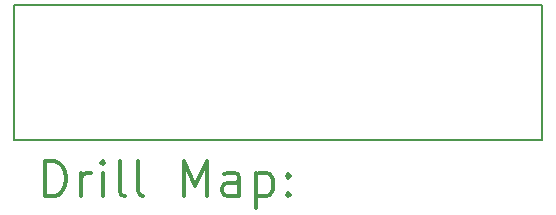
<source format=gbr>
%FSLAX45Y45*%
G04 Gerber Fmt 4.5, Leading zero omitted, Abs format (unit mm)*
G04 Created by KiCad (PCBNEW 0.201601242101+6509~42~ubuntu15.10.1-product) date Mon 25 Jan 2016 06:27:36 PM CET*
%MOMM*%
G01*
G04 APERTURE LIST*
%ADD10C,0.127000*%
%ADD11C,0.150000*%
%ADD12C,0.200000*%
%ADD13C,0.300000*%
G04 APERTURE END LIST*
D10*
D11*
X13970000Y-10871200D02*
X16687800Y-10871200D01*
X13970000Y-9728200D02*
X13970000Y-10871200D01*
X18440400Y-9728200D02*
X13970000Y-9728200D01*
X18440400Y-10871200D02*
X18440400Y-9728200D01*
X16687800Y-10871200D02*
X18440400Y-10871200D01*
D12*
D13*
X14233928Y-11344414D02*
X14233928Y-11044414D01*
X14305357Y-11044414D01*
X14348214Y-11058700D01*
X14376786Y-11087272D01*
X14391071Y-11115843D01*
X14405357Y-11172986D01*
X14405357Y-11215843D01*
X14391071Y-11272986D01*
X14376786Y-11301557D01*
X14348214Y-11330129D01*
X14305357Y-11344414D01*
X14233928Y-11344414D01*
X14533928Y-11344414D02*
X14533928Y-11144414D01*
X14533928Y-11201557D02*
X14548214Y-11172986D01*
X14562500Y-11158700D01*
X14591071Y-11144414D01*
X14619643Y-11144414D01*
X14719643Y-11344414D02*
X14719643Y-11144414D01*
X14719643Y-11044414D02*
X14705357Y-11058700D01*
X14719643Y-11072986D01*
X14733928Y-11058700D01*
X14719643Y-11044414D01*
X14719643Y-11072986D01*
X14905357Y-11344414D02*
X14876786Y-11330129D01*
X14862500Y-11301557D01*
X14862500Y-11044414D01*
X15062500Y-11344414D02*
X15033928Y-11330129D01*
X15019643Y-11301557D01*
X15019643Y-11044414D01*
X15405357Y-11344414D02*
X15405357Y-11044414D01*
X15505357Y-11258700D01*
X15605357Y-11044414D01*
X15605357Y-11344414D01*
X15876786Y-11344414D02*
X15876786Y-11187271D01*
X15862500Y-11158700D01*
X15833928Y-11144414D01*
X15776786Y-11144414D01*
X15748214Y-11158700D01*
X15876786Y-11330129D02*
X15848214Y-11344414D01*
X15776786Y-11344414D01*
X15748214Y-11330129D01*
X15733928Y-11301557D01*
X15733928Y-11272986D01*
X15748214Y-11244414D01*
X15776786Y-11230129D01*
X15848214Y-11230129D01*
X15876786Y-11215843D01*
X16019643Y-11144414D02*
X16019643Y-11444414D01*
X16019643Y-11158700D02*
X16048214Y-11144414D01*
X16105357Y-11144414D01*
X16133928Y-11158700D01*
X16148214Y-11172986D01*
X16162500Y-11201557D01*
X16162500Y-11287271D01*
X16148214Y-11315843D01*
X16133928Y-11330129D01*
X16105357Y-11344414D01*
X16048214Y-11344414D01*
X16019643Y-11330129D01*
X16291071Y-11315843D02*
X16305357Y-11330129D01*
X16291071Y-11344414D01*
X16276786Y-11330129D01*
X16291071Y-11315843D01*
X16291071Y-11344414D01*
X16291071Y-11158700D02*
X16305357Y-11172986D01*
X16291071Y-11187271D01*
X16276786Y-11172986D01*
X16291071Y-11158700D01*
X16291071Y-11187271D01*
M02*

</source>
